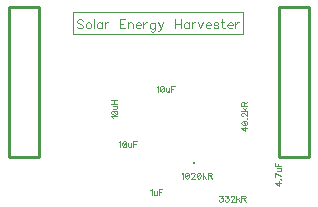
<source format=gbr>
G04 DipTrace 3.0.0.2*
G04 TopSilk.gbr*
%MOIN*%
G04 #@! TF.FileFunction,Legend,Top*
G04 #@! TF.Part,Single*
%ADD10C,0.009843*%
%ADD19C,0.001312*%
%ADD20C,0.012501*%
%ADD45C,0.004632*%
%ADD46C,0.003088*%
%FSLAX26Y26*%
G04*
G70*
G90*
G75*
G01*
G04 TopSilk*
%LPD*%
D20*
X1033639Y538433D3*
X1418504Y1059843D2*
D10*
X1318504D1*
X1418504Y559843D2*
Y1059843D1*
X1318504Y559843D2*
Y1059843D1*
X1418504Y559843D2*
X1318504D1*
X418504D2*
X518504D1*
X418504Y1059843D2*
Y559843D1*
X518504Y1059843D2*
Y559843D1*
X418504Y1059843D2*
X518504D1*
X631890Y1043307D2*
D19*
X1198819D1*
Y968504D1*
X631890D1*
Y1043307D1*
X911148Y792365D2*
D46*
X913071Y793337D1*
X915945Y796189D1*
Y776115D1*
X927869Y796189D2*
X924995Y795239D1*
X923071Y792365D1*
X922121Y787589D1*
Y784715D1*
X923071Y779940D1*
X924995Y777066D1*
X927869Y776115D1*
X929770D1*
X932644Y777066D1*
X934545Y779940D1*
X935518Y784715D1*
Y787589D1*
X934545Y792365D1*
X932644Y795239D1*
X929770Y796189D1*
X927869D1*
X934545Y792365D2*
X923071Y779940D1*
X941694Y789513D2*
Y779940D1*
X942644Y777088D1*
X944568Y776115D1*
X947442D1*
X949343Y777088D1*
X952217Y779940D1*
Y789513D2*
Y776115D1*
X970839Y796211D2*
X958393D1*
Y776115D1*
Y786639D2*
X966042D1*
X889494Y447876D2*
X891417Y448849D1*
X894291Y451701D1*
Y431627D1*
X900467Y445024D2*
Y435452D1*
X901418Y432600D1*
X903341Y431627D1*
X906215D1*
X908116Y432600D1*
X910990Y435452D1*
Y445024D2*
Y431627D1*
X929613Y451723D2*
X917166D1*
Y431627D1*
Y442150D2*
X924815D1*
X1324803Y472396D2*
X1304730D1*
X1318105Y462824D1*
Y477171D1*
X1322880Y484298D2*
X1323853Y483347D1*
X1324803Y484298D1*
X1323853Y485271D1*
X1322880Y484298D1*
X1324803Y495271D2*
X1304730Y504844D1*
Y491446D1*
X1311406Y511019D2*
X1320979D1*
X1323831Y511970D1*
X1324803Y513893D1*
Y516767D1*
X1323831Y518669D1*
X1320979Y521543D1*
X1311406D2*
X1324803D1*
X1304707Y540165D2*
Y527718D1*
X1324803D1*
X1314280D2*
Y535368D1*
X785163Y607325D2*
X787087Y608298D1*
X789961Y611150D1*
Y591076D1*
X801884Y611150D2*
X799010Y610199D1*
X797087Y607325D1*
X796136Y602550D1*
Y599676D1*
X797087Y594901D1*
X799010Y592027D1*
X801884Y591076D1*
X803786D1*
X806660Y592027D1*
X808561Y594901D1*
X809534Y599676D1*
Y602550D1*
X808561Y607325D1*
X806660Y610199D1*
X803786Y611150D1*
X801884D1*
X808561Y607325D2*
X797087Y594901D1*
X815709Y604473D2*
Y594901D1*
X816660Y592049D1*
X818583Y591076D1*
X821458D1*
X823359Y592049D1*
X826233Y594901D1*
Y604473D2*
Y591076D1*
X844855Y611172D2*
X832408D1*
Y591076D1*
Y601599D2*
X840058D1*
X1213017Y655047D2*
X1192943D1*
X1206319Y645475D1*
Y659822D1*
X1192943Y671746D2*
X1193894Y668872D1*
X1196768Y666949D1*
X1201543Y665998D1*
X1204417D1*
X1209193Y666949D1*
X1212067Y668872D1*
X1213017Y671746D1*
Y673647D1*
X1212067Y676521D1*
X1209193Y678423D1*
X1204417Y679395D1*
X1201543D1*
X1196768Y678423D1*
X1193894Y676521D1*
X1192943Y673647D1*
Y671746D1*
X1196768Y678423D2*
X1209193Y666949D1*
X1211094Y686522D2*
X1212067Y685571D1*
X1213017Y686522D1*
X1212067Y687494D1*
X1211094Y686522D1*
X1197719Y694643D2*
X1196768D1*
X1194845Y695594D1*
X1193894Y696544D1*
X1192943Y698468D1*
Y702292D1*
X1193894Y704193D1*
X1194845Y705144D1*
X1196768Y706117D1*
X1198669D1*
X1200593Y705144D1*
X1203445Y703243D1*
X1213017Y693670D1*
Y707067D1*
X1192921Y713243D2*
X1213017D1*
X1199620Y722816D2*
X1209193Y713243D1*
X1205368Y717068D2*
X1213017Y723767D1*
X1202494Y729942D2*
Y738542D1*
X1201521Y741416D1*
X1200571Y742389D1*
X1198669Y743340D1*
X1196746D1*
X1194845Y742389D1*
X1193872Y741416D1*
X1192921Y738542D1*
Y729942D1*
X1213017D1*
X1202494Y736641D2*
X1213017Y743340D1*
X993825Y502994D2*
X995748Y503967D1*
X998622Y506819D1*
Y486745D1*
X1010546Y506819D2*
X1007672Y505868D1*
X1005748Y502994D1*
X1004798Y498219D1*
Y495345D1*
X1005748Y490570D1*
X1007672Y487696D1*
X1010546Y486745D1*
X1012447D1*
X1015321Y487696D1*
X1017222Y490570D1*
X1018195Y495345D1*
Y498219D1*
X1017222Y502994D1*
X1015321Y505868D1*
X1012447Y506819D1*
X1010546D1*
X1017222Y502994D2*
X1005748Y490570D1*
X1025344Y502044D2*
Y502994D1*
X1026294Y504918D1*
X1027245Y505868D1*
X1029168Y506819D1*
X1032993D1*
X1034894Y505868D1*
X1035845Y504918D1*
X1036818Y502994D1*
Y501093D1*
X1035845Y499170D1*
X1033944Y496318D1*
X1024371Y486745D1*
X1037768D1*
X1049692Y506819D2*
X1046818Y505868D1*
X1044895Y502994D1*
X1043944Y498219D1*
Y495345D1*
X1044895Y490570D1*
X1046818Y487696D1*
X1049692Y486745D1*
X1051593D1*
X1054467Y487696D1*
X1056369Y490570D1*
X1057341Y495345D1*
Y498219D1*
X1056369Y502994D1*
X1054467Y505868D1*
X1051593Y506819D1*
X1049692D1*
X1056369Y502994D2*
X1044895Y490570D1*
X1063517Y506841D2*
Y486745D1*
X1073090Y500143D2*
X1063517Y490570D1*
X1067342Y494394D2*
X1074040Y486745D1*
X1080216Y497269D2*
X1088816D1*
X1091690Y498241D1*
X1092663Y499192D1*
X1093613Y501093D1*
Y503017D1*
X1092663Y504918D1*
X1091690Y505891D1*
X1088816Y506841D1*
X1080216D1*
Y486745D1*
X1086915Y497269D2*
X1093613Y486745D1*
X1119764Y430047D2*
X1130265D1*
X1124539Y422398D1*
X1127413D1*
X1129314Y421447D1*
X1130265Y420497D1*
X1131238Y417623D1*
Y415722D1*
X1130265Y412848D1*
X1128364Y410924D1*
X1125490Y409974D1*
X1122616D1*
X1119764Y410924D1*
X1118813Y411897D1*
X1117841Y413798D1*
X1139337Y430047D2*
X1149838D1*
X1144112Y422398D1*
X1146986D1*
X1148888Y421447D1*
X1149838Y420497D1*
X1150811Y417623D1*
Y415722D1*
X1149838Y412848D1*
X1147937Y410924D1*
X1145063Y409974D1*
X1142189D1*
X1139337Y410924D1*
X1138386Y411897D1*
X1137414Y413798D1*
X1157959Y425272D2*
Y426223D1*
X1158910Y428146D1*
X1159861Y429097D1*
X1161784Y430047D1*
X1165609D1*
X1167510Y429097D1*
X1168461Y428146D1*
X1169433Y426223D1*
Y424322D1*
X1168461Y422398D1*
X1166559Y419546D1*
X1156987Y409974D1*
X1170384D1*
X1176560Y430070D2*
Y409974D1*
X1186132Y423371D2*
X1176560Y413798D1*
X1180384Y417623D2*
X1187083Y409974D1*
X1193259Y420497D2*
X1201859D1*
X1204733Y421470D1*
X1205705Y422420D1*
X1206656Y424322D1*
Y426245D1*
X1205705Y428146D1*
X1204733Y429119D1*
X1201859Y430070D1*
X1193259D1*
Y409974D1*
X1199957Y420497D2*
X1206656Y409974D1*
X763390Y689090D2*
X762417Y691013D1*
X759565Y693887D1*
X779639D1*
X759565Y705811D2*
X760516Y702937D1*
X763390Y701014D1*
X768165Y700063D1*
X771039D1*
X775815Y701014D1*
X778689Y702937D1*
X779639Y705811D1*
Y707712D1*
X778689Y710586D1*
X775815Y712488D1*
X771039Y713460D1*
X768165D1*
X763390Y712488D1*
X760516Y710586D1*
X759565Y707712D1*
Y705811D1*
X763390Y712488D2*
X775815Y701014D1*
X766242Y719636D2*
X775815D1*
X778667Y720587D1*
X779639Y722510D1*
Y725384D1*
X778667Y727285D1*
X775815Y730159D1*
X766242D2*
X779639D1*
X759543Y736335D2*
X779639D1*
X759543Y749732D2*
X779639D1*
X769116Y736335D2*
Y749732D1*
X664299Y1012918D2*
D45*
X661447Y1015803D1*
X657136Y1017229D1*
X651399D1*
X647088Y1015803D1*
X644203Y1012918D1*
Y1010066D1*
X645662Y1007181D1*
X647088Y1005755D1*
X649940Y1004329D1*
X658562Y1001444D1*
X661447Y1000018D1*
X662873Y998559D1*
X664299Y995707D1*
Y991396D1*
X661447Y988544D1*
X657136Y987085D1*
X651399D1*
X647088Y988544D1*
X644203Y991396D1*
X680726Y1007181D2*
X677874Y1005755D1*
X674989Y1002870D1*
X673563Y998559D1*
Y995707D1*
X674989Y991396D1*
X677874Y988544D1*
X680726Y987085D1*
X685037D1*
X687922Y988544D1*
X690774Y991396D1*
X692233Y995707D1*
Y998559D1*
X690774Y1002870D1*
X687922Y1005755D1*
X685037Y1007181D1*
X680726D1*
X701496Y1017229D2*
Y987085D1*
X727971Y1007181D2*
Y987085D1*
Y1002870D2*
X725119Y1005755D1*
X722234Y1007181D1*
X717956D1*
X715071Y1005755D1*
X712219Y1002870D1*
X710760Y998559D1*
Y995707D1*
X712219Y991396D1*
X715071Y988544D1*
X717956Y987085D1*
X722234D1*
X725119Y988544D1*
X727971Y991396D1*
X737234Y1007181D2*
Y987085D1*
Y998559D2*
X738693Y1002870D1*
X741545Y1005755D1*
X744430Y1007181D1*
X748741D1*
X805802Y1017229D2*
X787165D1*
Y987085D1*
X805802D1*
X787165Y1002870D2*
X798639D1*
X815066Y1007181D2*
Y987085D1*
Y1001444D2*
X819377Y1005755D1*
X822262Y1007181D1*
X826540D1*
X829425Y1005755D1*
X830851Y1001444D1*
Y987085D1*
X840114Y998559D2*
X857325D1*
Y1001444D1*
X855899Y1004329D1*
X854473Y1005755D1*
X851588Y1007181D1*
X847277D1*
X844425Y1005755D1*
X841540Y1002870D1*
X840114Y998559D1*
Y995707D1*
X841540Y991396D1*
X844425Y988544D1*
X847277Y987085D1*
X851588D1*
X854473Y988544D1*
X857325Y991396D1*
X866589Y1007181D2*
Y987085D1*
Y998559D2*
X868048Y1002870D1*
X870900Y1005755D1*
X873785Y1007181D1*
X878096D1*
X904570Y1005755D2*
Y982774D1*
X903145Y978496D1*
X901719Y977037D1*
X898834Y975611D1*
X894522D1*
X891671Y977037D1*
X904570Y1001444D2*
X901719Y1004296D1*
X898834Y1005755D1*
X894522D1*
X891671Y1004296D1*
X888786Y1001444D1*
X887360Y997133D1*
Y994248D1*
X888786Y989970D1*
X891671Y987085D1*
X894522Y985659D1*
X898834D1*
X901719Y987085D1*
X904570Y989970D1*
X915293Y1007181D2*
X923882Y987085D1*
X921030Y981348D1*
X918145Y978463D1*
X915293Y977037D1*
X913834D1*
X932504Y1007181D2*
X923882Y987085D1*
X970928Y1017229D2*
Y987085D1*
X991024Y1017229D2*
Y987085D1*
X970928Y1002870D2*
X991024D1*
X1017499Y1007181D2*
Y987085D1*
Y1002870D2*
X1014647Y1005755D1*
X1011762Y1007181D1*
X1007484D1*
X1004599Y1005755D1*
X1001747Y1002870D1*
X1000288Y998559D1*
Y995707D1*
X1001747Y991396D1*
X1004599Y988544D1*
X1007484Y987085D1*
X1011762D1*
X1014647Y988544D1*
X1017499Y991396D1*
X1026762Y1007181D2*
Y987085D1*
Y998559D2*
X1028221Y1002870D1*
X1031073Y1005755D1*
X1033958Y1007181D1*
X1038269D1*
X1047533D2*
X1056155Y987085D1*
X1064744Y1007181D1*
X1074007Y998559D2*
X1091218D1*
Y1001444D1*
X1089792Y1004329D1*
X1088366Y1005755D1*
X1085481Y1007181D1*
X1081170D1*
X1078318Y1005755D1*
X1075433Y1002870D1*
X1074007Y998559D1*
Y995707D1*
X1075433Y991396D1*
X1078318Y988544D1*
X1081170Y987085D1*
X1085481D1*
X1088366Y988544D1*
X1091218Y991396D1*
X1116267Y1002870D2*
X1114841Y1005755D1*
X1110530Y1007181D1*
X1106219D1*
X1101908Y1005755D1*
X1100482Y1002870D1*
X1101908Y1000018D1*
X1104793Y998559D1*
X1111956Y997133D1*
X1114841Y995707D1*
X1116267Y992822D1*
Y991396D1*
X1114841Y988544D1*
X1110530Y987085D1*
X1106219D1*
X1101908Y988544D1*
X1100482Y991396D1*
X1129841Y1017229D2*
Y992822D1*
X1131267Y988544D1*
X1134152Y987085D1*
X1137004D1*
X1125530Y1007181D2*
X1135578D1*
X1146268Y998559D2*
X1163479D1*
Y1001444D1*
X1162053Y1004329D1*
X1160627Y1005755D1*
X1157742Y1007181D1*
X1153431D1*
X1150579Y1005755D1*
X1147694Y1002870D1*
X1146268Y998559D1*
Y995707D1*
X1147694Y991396D1*
X1150579Y988544D1*
X1153431Y987085D1*
X1157742D1*
X1160627Y988544D1*
X1163479Y991396D1*
X1172742Y1007181D2*
Y987085D1*
Y998559D2*
X1174201Y1002870D1*
X1177053Y1005755D1*
X1179938Y1007181D1*
X1184249D1*
M02*

</source>
